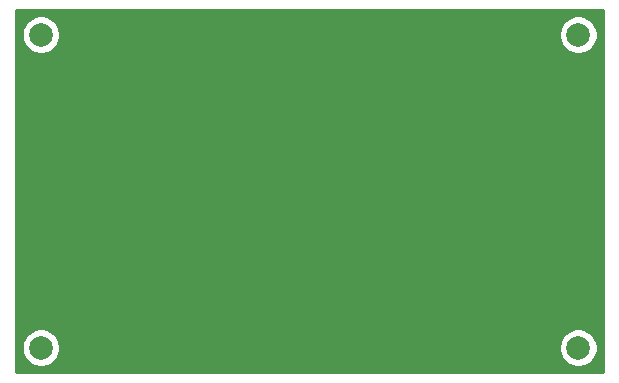
<source format=gbr>
G04 #@! TF.GenerationSoftware,KiCad,Pcbnew,5.1.5+dfsg1-2build2*
G04 #@! TF.CreationDate,2022-03-04T19:05:06-05:00*
G04 #@! TF.ProjectId,LED_PANEL_26x45mm,4c45445f-5041-44e4-954c-5f3236783435,rev?*
G04 #@! TF.SameCoordinates,Original*
G04 #@! TF.FileFunction,Copper,L1,Top*
G04 #@! TF.FilePolarity,Positive*
%FSLAX46Y46*%
G04 Gerber Fmt 4.6, Leading zero omitted, Abs format (unit mm)*
G04 Created by KiCad (PCBNEW 5.1.5+dfsg1-2build2) date 2022-03-04 19:05:06*
%MOMM*%
%LPD*%
G04 APERTURE LIST*
%ADD10C,1.998980*%
%ADD11C,0.254000*%
G04 APERTURE END LIST*
D10*
X98250000Y-79250000D03*
X52750000Y-79250000D03*
X98250000Y-52750000D03*
X52750000Y-52750000D03*
D11*
G36*
X100340001Y-81340000D02*
G01*
X50660000Y-81340000D01*
X50660000Y-79089017D01*
X51115510Y-79089017D01*
X51115510Y-79410983D01*
X51178322Y-79726763D01*
X51301533Y-80024222D01*
X51480408Y-80291927D01*
X51708073Y-80519592D01*
X51975778Y-80698467D01*
X52273237Y-80821678D01*
X52589017Y-80884490D01*
X52910983Y-80884490D01*
X53226763Y-80821678D01*
X53524222Y-80698467D01*
X53791927Y-80519592D01*
X54019592Y-80291927D01*
X54198467Y-80024222D01*
X54321678Y-79726763D01*
X54384490Y-79410983D01*
X54384490Y-79089017D01*
X96615510Y-79089017D01*
X96615510Y-79410983D01*
X96678322Y-79726763D01*
X96801533Y-80024222D01*
X96980408Y-80291927D01*
X97208073Y-80519592D01*
X97475778Y-80698467D01*
X97773237Y-80821678D01*
X98089017Y-80884490D01*
X98410983Y-80884490D01*
X98726763Y-80821678D01*
X99024222Y-80698467D01*
X99291927Y-80519592D01*
X99519592Y-80291927D01*
X99698467Y-80024222D01*
X99821678Y-79726763D01*
X99884490Y-79410983D01*
X99884490Y-79089017D01*
X99821678Y-78773237D01*
X99698467Y-78475778D01*
X99519592Y-78208073D01*
X99291927Y-77980408D01*
X99024222Y-77801533D01*
X98726763Y-77678322D01*
X98410983Y-77615510D01*
X98089017Y-77615510D01*
X97773237Y-77678322D01*
X97475778Y-77801533D01*
X97208073Y-77980408D01*
X96980408Y-78208073D01*
X96801533Y-78475778D01*
X96678322Y-78773237D01*
X96615510Y-79089017D01*
X54384490Y-79089017D01*
X54321678Y-78773237D01*
X54198467Y-78475778D01*
X54019592Y-78208073D01*
X53791927Y-77980408D01*
X53524222Y-77801533D01*
X53226763Y-77678322D01*
X52910983Y-77615510D01*
X52589017Y-77615510D01*
X52273237Y-77678322D01*
X51975778Y-77801533D01*
X51708073Y-77980408D01*
X51480408Y-78208073D01*
X51301533Y-78475778D01*
X51178322Y-78773237D01*
X51115510Y-79089017D01*
X50660000Y-79089017D01*
X50660000Y-52589017D01*
X51115510Y-52589017D01*
X51115510Y-52910983D01*
X51178322Y-53226763D01*
X51301533Y-53524222D01*
X51480408Y-53791927D01*
X51708073Y-54019592D01*
X51975778Y-54198467D01*
X52273237Y-54321678D01*
X52589017Y-54384490D01*
X52910983Y-54384490D01*
X53226763Y-54321678D01*
X53524222Y-54198467D01*
X53791927Y-54019592D01*
X54019592Y-53791927D01*
X54198467Y-53524222D01*
X54321678Y-53226763D01*
X54384490Y-52910983D01*
X54384490Y-52589017D01*
X96615510Y-52589017D01*
X96615510Y-52910983D01*
X96678322Y-53226763D01*
X96801533Y-53524222D01*
X96980408Y-53791927D01*
X97208073Y-54019592D01*
X97475778Y-54198467D01*
X97773237Y-54321678D01*
X98089017Y-54384490D01*
X98410983Y-54384490D01*
X98726763Y-54321678D01*
X99024222Y-54198467D01*
X99291927Y-54019592D01*
X99519592Y-53791927D01*
X99698467Y-53524222D01*
X99821678Y-53226763D01*
X99884490Y-52910983D01*
X99884490Y-52589017D01*
X99821678Y-52273237D01*
X99698467Y-51975778D01*
X99519592Y-51708073D01*
X99291927Y-51480408D01*
X99024222Y-51301533D01*
X98726763Y-51178322D01*
X98410983Y-51115510D01*
X98089017Y-51115510D01*
X97773237Y-51178322D01*
X97475778Y-51301533D01*
X97208073Y-51480408D01*
X96980408Y-51708073D01*
X96801533Y-51975778D01*
X96678322Y-52273237D01*
X96615510Y-52589017D01*
X54384490Y-52589017D01*
X54321678Y-52273237D01*
X54198467Y-51975778D01*
X54019592Y-51708073D01*
X53791927Y-51480408D01*
X53524222Y-51301533D01*
X53226763Y-51178322D01*
X52910983Y-51115510D01*
X52589017Y-51115510D01*
X52273237Y-51178322D01*
X51975778Y-51301533D01*
X51708073Y-51480408D01*
X51480408Y-51708073D01*
X51301533Y-51975778D01*
X51178322Y-52273237D01*
X51115510Y-52589017D01*
X50660000Y-52589017D01*
X50660000Y-50660000D01*
X100340000Y-50660000D01*
X100340001Y-81340000D01*
G37*
X100340001Y-81340000D02*
X50660000Y-81340000D01*
X50660000Y-79089017D01*
X51115510Y-79089017D01*
X51115510Y-79410983D01*
X51178322Y-79726763D01*
X51301533Y-80024222D01*
X51480408Y-80291927D01*
X51708073Y-80519592D01*
X51975778Y-80698467D01*
X52273237Y-80821678D01*
X52589017Y-80884490D01*
X52910983Y-80884490D01*
X53226763Y-80821678D01*
X53524222Y-80698467D01*
X53791927Y-80519592D01*
X54019592Y-80291927D01*
X54198467Y-80024222D01*
X54321678Y-79726763D01*
X54384490Y-79410983D01*
X54384490Y-79089017D01*
X96615510Y-79089017D01*
X96615510Y-79410983D01*
X96678322Y-79726763D01*
X96801533Y-80024222D01*
X96980408Y-80291927D01*
X97208073Y-80519592D01*
X97475778Y-80698467D01*
X97773237Y-80821678D01*
X98089017Y-80884490D01*
X98410983Y-80884490D01*
X98726763Y-80821678D01*
X99024222Y-80698467D01*
X99291927Y-80519592D01*
X99519592Y-80291927D01*
X99698467Y-80024222D01*
X99821678Y-79726763D01*
X99884490Y-79410983D01*
X99884490Y-79089017D01*
X99821678Y-78773237D01*
X99698467Y-78475778D01*
X99519592Y-78208073D01*
X99291927Y-77980408D01*
X99024222Y-77801533D01*
X98726763Y-77678322D01*
X98410983Y-77615510D01*
X98089017Y-77615510D01*
X97773237Y-77678322D01*
X97475778Y-77801533D01*
X97208073Y-77980408D01*
X96980408Y-78208073D01*
X96801533Y-78475778D01*
X96678322Y-78773237D01*
X96615510Y-79089017D01*
X54384490Y-79089017D01*
X54321678Y-78773237D01*
X54198467Y-78475778D01*
X54019592Y-78208073D01*
X53791927Y-77980408D01*
X53524222Y-77801533D01*
X53226763Y-77678322D01*
X52910983Y-77615510D01*
X52589017Y-77615510D01*
X52273237Y-77678322D01*
X51975778Y-77801533D01*
X51708073Y-77980408D01*
X51480408Y-78208073D01*
X51301533Y-78475778D01*
X51178322Y-78773237D01*
X51115510Y-79089017D01*
X50660000Y-79089017D01*
X50660000Y-52589017D01*
X51115510Y-52589017D01*
X51115510Y-52910983D01*
X51178322Y-53226763D01*
X51301533Y-53524222D01*
X51480408Y-53791927D01*
X51708073Y-54019592D01*
X51975778Y-54198467D01*
X52273237Y-54321678D01*
X52589017Y-54384490D01*
X52910983Y-54384490D01*
X53226763Y-54321678D01*
X53524222Y-54198467D01*
X53791927Y-54019592D01*
X54019592Y-53791927D01*
X54198467Y-53524222D01*
X54321678Y-53226763D01*
X54384490Y-52910983D01*
X54384490Y-52589017D01*
X96615510Y-52589017D01*
X96615510Y-52910983D01*
X96678322Y-53226763D01*
X96801533Y-53524222D01*
X96980408Y-53791927D01*
X97208073Y-54019592D01*
X97475778Y-54198467D01*
X97773237Y-54321678D01*
X98089017Y-54384490D01*
X98410983Y-54384490D01*
X98726763Y-54321678D01*
X99024222Y-54198467D01*
X99291927Y-54019592D01*
X99519592Y-53791927D01*
X99698467Y-53524222D01*
X99821678Y-53226763D01*
X99884490Y-52910983D01*
X99884490Y-52589017D01*
X99821678Y-52273237D01*
X99698467Y-51975778D01*
X99519592Y-51708073D01*
X99291927Y-51480408D01*
X99024222Y-51301533D01*
X98726763Y-51178322D01*
X98410983Y-51115510D01*
X98089017Y-51115510D01*
X97773237Y-51178322D01*
X97475778Y-51301533D01*
X97208073Y-51480408D01*
X96980408Y-51708073D01*
X96801533Y-51975778D01*
X96678322Y-52273237D01*
X96615510Y-52589017D01*
X54384490Y-52589017D01*
X54321678Y-52273237D01*
X54198467Y-51975778D01*
X54019592Y-51708073D01*
X53791927Y-51480408D01*
X53524222Y-51301533D01*
X53226763Y-51178322D01*
X52910983Y-51115510D01*
X52589017Y-51115510D01*
X52273237Y-51178322D01*
X51975778Y-51301533D01*
X51708073Y-51480408D01*
X51480408Y-51708073D01*
X51301533Y-51975778D01*
X51178322Y-52273237D01*
X51115510Y-52589017D01*
X50660000Y-52589017D01*
X50660000Y-50660000D01*
X100340000Y-50660000D01*
X100340001Y-81340000D01*
M02*

</source>
